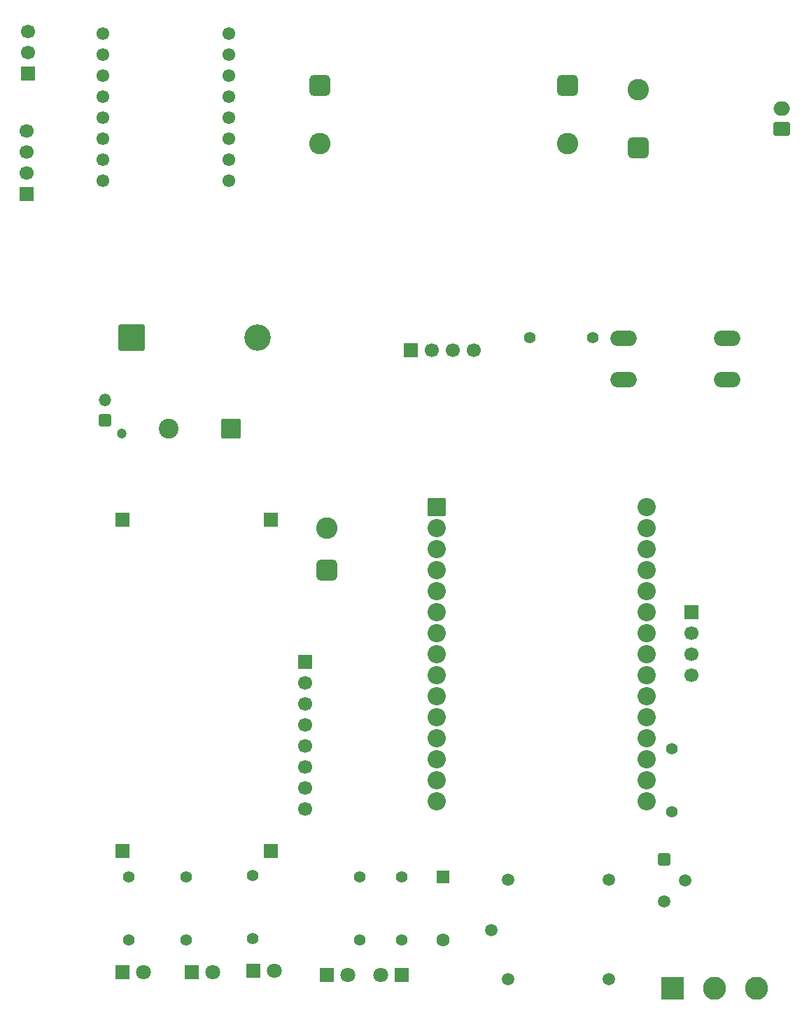
<source format=gbr>
%TF.GenerationSoftware,KiCad,Pcbnew,9.0.4*%
%TF.CreationDate,2025-11-10T11:10:46+05:30*%
%TF.ProjectId,BikeSSv3,42696b65-5353-4763-932e-6b696361645f,rev?*%
%TF.SameCoordinates,Original*%
%TF.FileFunction,Soldermask,Bot*%
%TF.FilePolarity,Negative*%
%FSLAX46Y46*%
G04 Gerber Fmt 4.6, Leading zero omitted, Abs format (unit mm)*
G04 Created by KiCad (PCBNEW 9.0.4) date 2025-11-10 11:10:46*
%MOMM*%
%LPD*%
G01*
G04 APERTURE LIST*
G04 Aperture macros list*
%AMRoundRect*
0 Rectangle with rounded corners*
0 $1 Rounding radius*
0 $2 $3 $4 $5 $6 $7 $8 $9 X,Y pos of 4 corners*
0 Add a 4 corners polygon primitive as box body*
4,1,4,$2,$3,$4,$5,$6,$7,$8,$9,$2,$3,0*
0 Add four circle primitives for the rounded corners*
1,1,$1+$1,$2,$3*
1,1,$1+$1,$4,$5*
1,1,$1+$1,$6,$7*
1,1,$1+$1,$8,$9*
0 Add four rect primitives between the rounded corners*
20,1,$1+$1,$2,$3,$4,$5,0*
20,1,$1+$1,$4,$5,$6,$7,0*
20,1,$1+$1,$6,$7,$8,$9,0*
20,1,$1+$1,$8,$9,$2,$3,0*%
G04 Aperture macros list end*
%ADD10R,1.700000X1.700000*%
%ADD11C,1.700000*%
%ADD12C,1.400000*%
%ADD13RoundRect,0.650000X0.650000X-0.650000X0.650000X0.650000X-0.650000X0.650000X-0.650000X-0.650000X0*%
%ADD14C,2.600000*%
%ADD15R,1.800000X1.800000*%
%ADD16C,1.800000*%
%ADD17RoundRect,0.250000X-0.500000X0.500000X-0.500000X-0.500000X0.500000X-0.500000X0.500000X0.500000X0*%
%ADD18C,1.500000*%
%ADD19O,3.200000X1.900000*%
%ADD20RoundRect,0.650000X-0.650000X0.650000X-0.650000X-0.650000X0.650000X-0.650000X0.650000X0.650000X0*%
%ADD21C,1.552000*%
%ADD22RoundRect,0.102000X-1.000000X-1.000000X1.000000X-1.000000X1.000000X1.000000X-1.000000X1.000000X0*%
%ADD23C,2.204000*%
%ADD24RoundRect,0.250000X-1.350000X-1.350000X1.350000X-1.350000X1.350000X1.350000X-1.350000X1.350000X0*%
%ADD25C,3.200000*%
%ADD26R,2.800000X2.800000*%
%ADD27C,2.800000*%
%ADD28C,1.512000*%
%ADD29RoundRect,0.250000X-0.550000X0.550000X-0.550000X-0.550000X0.550000X-0.550000X0.550000X0.550000X0*%
%ADD30C,1.600000*%
%ADD31C,1.200000*%
%ADD32RoundRect,0.220589X0.529411X-0.529411X0.529411X0.529411X-0.529411X0.529411X-0.529411X-0.529411X0*%
%ADD33O,1.500000X1.500000*%
%ADD34RoundRect,0.250001X0.949999X0.949999X-0.949999X0.949999X-0.949999X-0.949999X0.949999X-0.949999X0*%
%ADD35C,2.400000*%
%ADD36RoundRect,0.250000X0.750000X-0.600000X0.750000X0.600000X-0.750000X0.600000X-0.750000X-0.600000X0*%
%ADD37O,2.000000X1.700000*%
G04 APERTURE END LIST*
D10*
%TO.C,J107*%
X229980000Y-79525000D03*
D11*
X232520000Y-79525000D03*
X235060000Y-79525000D03*
X237600000Y-79525000D03*
%TD*%
D10*
%TO.C,J108*%
X195100000Y-140025000D03*
%TD*%
D12*
%TO.C,R102*%
X210880000Y-150610000D03*
X210880000Y-142990000D03*
%TD*%
D10*
%TO.C,J104*%
X217200000Y-117180000D03*
D11*
X217200000Y-119720000D03*
X217200000Y-122260000D03*
X217200000Y-124800000D03*
X217200000Y-127340000D03*
X217200000Y-129880000D03*
X217200000Y-132420000D03*
X217200000Y-134960000D03*
%TD*%
D13*
%TO.C,TP102*%
X257500000Y-55000000D03*
D14*
X257500000Y-48000000D03*
%TD*%
D10*
%TO.C,J110*%
X183725000Y-46025000D03*
D11*
X183725000Y-43485000D03*
X183725000Y-40945000D03*
%TD*%
D15*
%TO.C,D107*%
X219880000Y-155000000D03*
D16*
X222420000Y-155000000D03*
%TD*%
D15*
%TO.C,D106*%
X228880000Y-155000000D03*
D16*
X226340000Y-155000000D03*
%TD*%
D12*
%TO.C,R103*%
X195880000Y-150810000D03*
X195880000Y-143190000D03*
%TD*%
D13*
%TO.C,TP101*%
X219880000Y-106065000D03*
D14*
X219880000Y-100985000D03*
%TD*%
D12*
%TO.C,R105*%
X228880000Y-143190000D03*
X228880000Y-150810000D03*
%TD*%
D15*
%TO.C,D103*%
X210930000Y-154525000D03*
D16*
X213470000Y-154525000D03*
%TD*%
D17*
%TO.C,Q101*%
X260700000Y-141020000D03*
D18*
X263240000Y-143560000D03*
X260700000Y-146100000D03*
%TD*%
D19*
%TO.C,SW102*%
X255750000Y-78025000D03*
X268250000Y-78025000D03*
X255750000Y-83025000D03*
X268250000Y-83025000D03*
%TD*%
D10*
%TO.C,J105*%
X264000000Y-111200000D03*
D11*
X264000000Y-113740000D03*
X264000000Y-116280000D03*
X264000000Y-118820000D03*
%TD*%
D20*
%TO.C,TP104*%
X249000000Y-47500000D03*
D14*
X249000000Y-54500000D03*
%TD*%
D10*
%TO.C,J106*%
X195100000Y-100025000D03*
%TD*%
D12*
%TO.C,R107*%
X261600000Y-127715000D03*
X261600000Y-135335000D03*
%TD*%
%TO.C,R101*%
X202880000Y-150810000D03*
X202880000Y-143190000D03*
%TD*%
D10*
%TO.C,J102*%
X213100000Y-100025000D03*
%TD*%
D12*
%TO.C,R106*%
X223880000Y-143190000D03*
X223880000Y-150810000D03*
%TD*%
D21*
%TO.C,U102*%
X207990000Y-59030000D03*
X207990000Y-56490000D03*
X207990000Y-53950000D03*
X207990000Y-51410000D03*
X207990000Y-46330000D03*
X207990000Y-48870000D03*
X192750000Y-41250000D03*
X207990000Y-41250000D03*
X192750000Y-43790000D03*
X192750000Y-46330000D03*
X192750000Y-48870000D03*
X192750000Y-51410000D03*
X192750000Y-53950000D03*
X192750000Y-56490000D03*
X192750000Y-59030000D03*
X207990000Y-43790000D03*
%TD*%
D15*
%TO.C,D102*%
X203530000Y-154725000D03*
D16*
X206070000Y-154725000D03*
%TD*%
D22*
%TO.C,U101*%
X233180000Y-98485000D03*
D23*
X233180000Y-101025000D03*
X233180000Y-103565000D03*
X233180000Y-106105000D03*
X233180000Y-108645000D03*
X233180000Y-111185000D03*
X233180000Y-113725000D03*
X233180000Y-116265000D03*
X233180000Y-118805000D03*
X233180000Y-121345000D03*
X233180000Y-123885000D03*
X233180000Y-126425000D03*
X233180000Y-128965000D03*
X233180000Y-131505000D03*
X233180000Y-134045000D03*
X258580000Y-134045000D03*
X258580000Y-131505000D03*
X258580000Y-128965000D03*
X258580000Y-126425000D03*
X258580000Y-123885000D03*
X258580000Y-121345000D03*
X258580000Y-118805000D03*
X258580000Y-116265000D03*
X258580000Y-113725000D03*
X258580000Y-111185000D03*
X258580000Y-108645000D03*
X258580000Y-106105000D03*
X258580000Y-103565000D03*
X258580000Y-101025000D03*
X258580000Y-98485000D03*
%TD*%
D10*
%TO.C,J109*%
X183500000Y-60580000D03*
D11*
X183500000Y-58040000D03*
X183500000Y-55500000D03*
X183500000Y-52960000D03*
%TD*%
D24*
%TO.C,D101*%
X196260000Y-78000000D03*
D25*
X211500000Y-78000000D03*
%TD*%
D12*
%TO.C,R104*%
X244440000Y-77950000D03*
X252060000Y-77950000D03*
%TD*%
D20*
%TO.C,TP105*%
X219000000Y-47500000D03*
D14*
X219000000Y-54500000D03*
%TD*%
D26*
%TO.C,J112*%
X261720000Y-156600000D03*
D27*
X266800000Y-156600000D03*
X271880000Y-156600000D03*
%TD*%
D28*
%TO.C,K101*%
X241780000Y-143525000D03*
X241780000Y-155525000D03*
X239780000Y-149645000D03*
X253980000Y-143525000D03*
X253980000Y-155525000D03*
%TD*%
D15*
%TO.C,D104*%
X195130000Y-154725000D03*
D16*
X197670000Y-154725000D03*
%TD*%
D29*
%TO.C,D105*%
X233880000Y-143190000D03*
D30*
X233880000Y-150810000D03*
%TD*%
D31*
%TO.C,J101*%
X195053674Y-89600000D03*
D32*
X193053674Y-88000000D03*
D33*
X193053674Y-85500000D03*
%TD*%
D34*
%TO.C,C101*%
X208252651Y-89000000D03*
D35*
X200752651Y-89000000D03*
%TD*%
D10*
%TO.C,J103*%
X213100000Y-140025000D03*
%TD*%
D36*
%TO.C,J111*%
X274850000Y-52750000D03*
D37*
X274850000Y-50250000D03*
%TD*%
M02*

</source>
